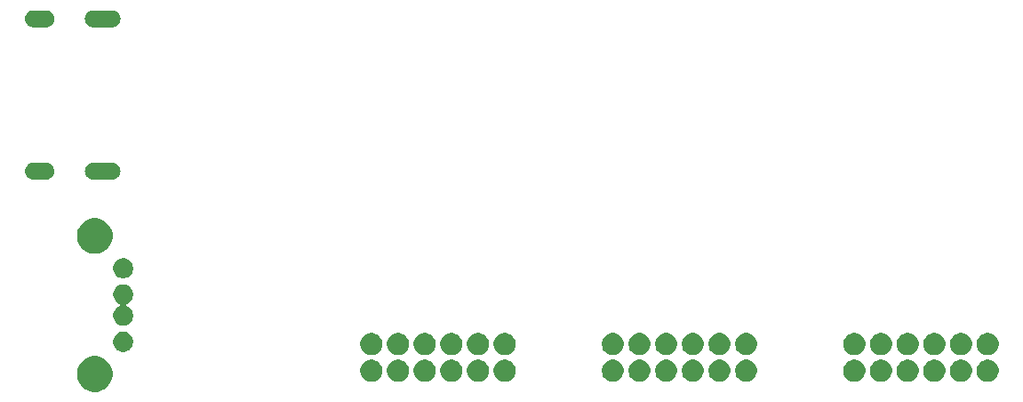
<source format=gbr>
G04 #@! TF.GenerationSoftware,KiCad,Pcbnew,5.1.4+dfsg1-1~bpo10+1*
G04 #@! TF.CreationDate,2020-02-14T17:19:22+01:00*
G04 #@! TF.ProjectId,arty-a7-expansion,61727479-2d61-4372-9d65-7870616e7369,rev?*
G04 #@! TF.SameCoordinates,Original*
G04 #@! TF.FileFunction,Soldermask,Bot*
G04 #@! TF.FilePolarity,Negative*
%FSLAX46Y46*%
G04 Gerber Fmt 4.6, Leading zero omitted, Abs format (unit mm)*
G04 Created by KiCad (PCBNEW 5.1.4+dfsg1-1~bpo10+1) date 2020-02-14 17:19:22*
%MOMM*%
%LPD*%
G04 APERTURE LIST*
%ADD10C,0.100000*%
G04 APERTURE END LIST*
D10*
G36*
X101797403Y-119413077D02*
G01*
X102106965Y-119541302D01*
X102106966Y-119541303D01*
X102385565Y-119727456D01*
X102622494Y-119964385D01*
X102678855Y-120048736D01*
X102808648Y-120242985D01*
X102936873Y-120552547D01*
X103002241Y-120881174D01*
X103002241Y-121216244D01*
X102936873Y-121544871D01*
X102808648Y-121854433D01*
X102808647Y-121854434D01*
X102622494Y-122133033D01*
X102385565Y-122369962D01*
X102199411Y-122494346D01*
X102106965Y-122556116D01*
X101797403Y-122684341D01*
X101468776Y-122749709D01*
X101133706Y-122749709D01*
X100805079Y-122684341D01*
X100495517Y-122556116D01*
X100403071Y-122494346D01*
X100216917Y-122369962D01*
X99979988Y-122133033D01*
X99793835Y-121854434D01*
X99793834Y-121854433D01*
X99665609Y-121544871D01*
X99600241Y-121216244D01*
X99600241Y-120881174D01*
X99665609Y-120552547D01*
X99793834Y-120242985D01*
X99923627Y-120048736D01*
X99979988Y-119964385D01*
X100216917Y-119727456D01*
X100495516Y-119541303D01*
X100495517Y-119541302D01*
X100805079Y-119413077D01*
X101133706Y-119347709D01*
X101468776Y-119347709D01*
X101797403Y-119413077D01*
X101797403Y-119413077D01*
G37*
G36*
X179037805Y-119708098D02*
G01*
X179229074Y-119787324D01*
X179229076Y-119787325D01*
X179401214Y-119902344D01*
X179547606Y-120048736D01*
X179662626Y-120220876D01*
X179741852Y-120412145D01*
X179782241Y-120615193D01*
X179782241Y-120822225D01*
X179741852Y-121025273D01*
X179662750Y-121216243D01*
X179662625Y-121216544D01*
X179547606Y-121388682D01*
X179401214Y-121535074D01*
X179229076Y-121650093D01*
X179229075Y-121650094D01*
X179229074Y-121650094D01*
X179037805Y-121729320D01*
X178834757Y-121769709D01*
X178627725Y-121769709D01*
X178424677Y-121729320D01*
X178233408Y-121650094D01*
X178233407Y-121650094D01*
X178233406Y-121650093D01*
X178061268Y-121535074D01*
X177914876Y-121388682D01*
X177799857Y-121216544D01*
X177799732Y-121216243D01*
X177720630Y-121025273D01*
X177680241Y-120822225D01*
X177680241Y-120615193D01*
X177720630Y-120412145D01*
X177799856Y-120220876D01*
X177914876Y-120048736D01*
X178061268Y-119902344D01*
X178233406Y-119787325D01*
X178233408Y-119787324D01*
X178424677Y-119708098D01*
X178627725Y-119667709D01*
X178834757Y-119667709D01*
X179037805Y-119708098D01*
X179037805Y-119708098D01*
G37*
G36*
X150957805Y-119708098D02*
G01*
X151149074Y-119787324D01*
X151149076Y-119787325D01*
X151321214Y-119902344D01*
X151467606Y-120048736D01*
X151582626Y-120220876D01*
X151661852Y-120412145D01*
X151702241Y-120615193D01*
X151702241Y-120822225D01*
X151661852Y-121025273D01*
X151582750Y-121216243D01*
X151582625Y-121216544D01*
X151467606Y-121388682D01*
X151321214Y-121535074D01*
X151149076Y-121650093D01*
X151149075Y-121650094D01*
X151149074Y-121650094D01*
X150957805Y-121729320D01*
X150754757Y-121769709D01*
X150547725Y-121769709D01*
X150344677Y-121729320D01*
X150153408Y-121650094D01*
X150153407Y-121650094D01*
X150153406Y-121650093D01*
X149981268Y-121535074D01*
X149834876Y-121388682D01*
X149719857Y-121216544D01*
X149719732Y-121216243D01*
X149640630Y-121025273D01*
X149600241Y-120822225D01*
X149600241Y-120615193D01*
X149640630Y-120412145D01*
X149719856Y-120220876D01*
X149834876Y-120048736D01*
X149981268Y-119902344D01*
X150153406Y-119787325D01*
X150153408Y-119787324D01*
X150344677Y-119708098D01*
X150547725Y-119667709D01*
X150754757Y-119667709D01*
X150957805Y-119708098D01*
X150957805Y-119708098D01*
G37*
G36*
X153497805Y-119708098D02*
G01*
X153689074Y-119787324D01*
X153689076Y-119787325D01*
X153861214Y-119902344D01*
X154007606Y-120048736D01*
X154122626Y-120220876D01*
X154201852Y-120412145D01*
X154242241Y-120615193D01*
X154242241Y-120822225D01*
X154201852Y-121025273D01*
X154122750Y-121216243D01*
X154122625Y-121216544D01*
X154007606Y-121388682D01*
X153861214Y-121535074D01*
X153689076Y-121650093D01*
X153689075Y-121650094D01*
X153689074Y-121650094D01*
X153497805Y-121729320D01*
X153294757Y-121769709D01*
X153087725Y-121769709D01*
X152884677Y-121729320D01*
X152693408Y-121650094D01*
X152693407Y-121650094D01*
X152693406Y-121650093D01*
X152521268Y-121535074D01*
X152374876Y-121388682D01*
X152259857Y-121216544D01*
X152259732Y-121216243D01*
X152180630Y-121025273D01*
X152140241Y-120822225D01*
X152140241Y-120615193D01*
X152180630Y-120412145D01*
X152259856Y-120220876D01*
X152374876Y-120048736D01*
X152521268Y-119902344D01*
X152693406Y-119787325D01*
X152693408Y-119787324D01*
X152884677Y-119708098D01*
X153087725Y-119667709D01*
X153294757Y-119667709D01*
X153497805Y-119708098D01*
X153497805Y-119708098D01*
G37*
G36*
X156037805Y-119708098D02*
G01*
X156229074Y-119787324D01*
X156229076Y-119787325D01*
X156401214Y-119902344D01*
X156547606Y-120048736D01*
X156662626Y-120220876D01*
X156741852Y-120412145D01*
X156782241Y-120615193D01*
X156782241Y-120822225D01*
X156741852Y-121025273D01*
X156662750Y-121216243D01*
X156662625Y-121216544D01*
X156547606Y-121388682D01*
X156401214Y-121535074D01*
X156229076Y-121650093D01*
X156229075Y-121650094D01*
X156229074Y-121650094D01*
X156037805Y-121729320D01*
X155834757Y-121769709D01*
X155627725Y-121769709D01*
X155424677Y-121729320D01*
X155233408Y-121650094D01*
X155233407Y-121650094D01*
X155233406Y-121650093D01*
X155061268Y-121535074D01*
X154914876Y-121388682D01*
X154799857Y-121216544D01*
X154799732Y-121216243D01*
X154720630Y-121025273D01*
X154680241Y-120822225D01*
X154680241Y-120615193D01*
X154720630Y-120412145D01*
X154799856Y-120220876D01*
X154914876Y-120048736D01*
X155061268Y-119902344D01*
X155233406Y-119787325D01*
X155233408Y-119787324D01*
X155424677Y-119708098D01*
X155627725Y-119667709D01*
X155834757Y-119667709D01*
X156037805Y-119708098D01*
X156037805Y-119708098D01*
G37*
G36*
X158577805Y-119708098D02*
G01*
X158769074Y-119787324D01*
X158769076Y-119787325D01*
X158941214Y-119902344D01*
X159087606Y-120048736D01*
X159202626Y-120220876D01*
X159281852Y-120412145D01*
X159322241Y-120615193D01*
X159322241Y-120822225D01*
X159281852Y-121025273D01*
X159202750Y-121216243D01*
X159202625Y-121216544D01*
X159087606Y-121388682D01*
X158941214Y-121535074D01*
X158769076Y-121650093D01*
X158769075Y-121650094D01*
X158769074Y-121650094D01*
X158577805Y-121729320D01*
X158374757Y-121769709D01*
X158167725Y-121769709D01*
X157964677Y-121729320D01*
X157773408Y-121650094D01*
X157773407Y-121650094D01*
X157773406Y-121650093D01*
X157601268Y-121535074D01*
X157454876Y-121388682D01*
X157339857Y-121216544D01*
X157339732Y-121216243D01*
X157260630Y-121025273D01*
X157220241Y-120822225D01*
X157220241Y-120615193D01*
X157260630Y-120412145D01*
X157339856Y-120220876D01*
X157454876Y-120048736D01*
X157601268Y-119902344D01*
X157773406Y-119787325D01*
X157773408Y-119787324D01*
X157964677Y-119708098D01*
X158167725Y-119667709D01*
X158374757Y-119667709D01*
X158577805Y-119708098D01*
X158577805Y-119708098D01*
G37*
G36*
X161117805Y-119708098D02*
G01*
X161309074Y-119787324D01*
X161309076Y-119787325D01*
X161481214Y-119902344D01*
X161627606Y-120048736D01*
X161742626Y-120220876D01*
X161821852Y-120412145D01*
X161862241Y-120615193D01*
X161862241Y-120822225D01*
X161821852Y-121025273D01*
X161742750Y-121216243D01*
X161742625Y-121216544D01*
X161627606Y-121388682D01*
X161481214Y-121535074D01*
X161309076Y-121650093D01*
X161309075Y-121650094D01*
X161309074Y-121650094D01*
X161117805Y-121729320D01*
X160914757Y-121769709D01*
X160707725Y-121769709D01*
X160504677Y-121729320D01*
X160313408Y-121650094D01*
X160313407Y-121650094D01*
X160313406Y-121650093D01*
X160141268Y-121535074D01*
X159994876Y-121388682D01*
X159879857Y-121216544D01*
X159879732Y-121216243D01*
X159800630Y-121025273D01*
X159760241Y-120822225D01*
X159760241Y-120615193D01*
X159800630Y-120412145D01*
X159879856Y-120220876D01*
X159994876Y-120048736D01*
X160141268Y-119902344D01*
X160313406Y-119787325D01*
X160313408Y-119787324D01*
X160504677Y-119708098D01*
X160707725Y-119667709D01*
X160914757Y-119667709D01*
X161117805Y-119708098D01*
X161117805Y-119708098D01*
G37*
G36*
X163657805Y-119708098D02*
G01*
X163849074Y-119787324D01*
X163849076Y-119787325D01*
X164021214Y-119902344D01*
X164167606Y-120048736D01*
X164282626Y-120220876D01*
X164361852Y-120412145D01*
X164402241Y-120615193D01*
X164402241Y-120822225D01*
X164361852Y-121025273D01*
X164282750Y-121216243D01*
X164282625Y-121216544D01*
X164167606Y-121388682D01*
X164021214Y-121535074D01*
X163849076Y-121650093D01*
X163849075Y-121650094D01*
X163849074Y-121650094D01*
X163657805Y-121729320D01*
X163454757Y-121769709D01*
X163247725Y-121769709D01*
X163044677Y-121729320D01*
X162853408Y-121650094D01*
X162853407Y-121650094D01*
X162853406Y-121650093D01*
X162681268Y-121535074D01*
X162534876Y-121388682D01*
X162419857Y-121216544D01*
X162419732Y-121216243D01*
X162340630Y-121025273D01*
X162300241Y-120822225D01*
X162300241Y-120615193D01*
X162340630Y-120412145D01*
X162419856Y-120220876D01*
X162534876Y-120048736D01*
X162681268Y-119902344D01*
X162853406Y-119787325D01*
X162853408Y-119787324D01*
X163044677Y-119708098D01*
X163247725Y-119667709D01*
X163454757Y-119667709D01*
X163657805Y-119708098D01*
X163657805Y-119708098D01*
G37*
G36*
X173957805Y-119708098D02*
G01*
X174149074Y-119787324D01*
X174149076Y-119787325D01*
X174321214Y-119902344D01*
X174467606Y-120048736D01*
X174582626Y-120220876D01*
X174661852Y-120412145D01*
X174702241Y-120615193D01*
X174702241Y-120822225D01*
X174661852Y-121025273D01*
X174582750Y-121216243D01*
X174582625Y-121216544D01*
X174467606Y-121388682D01*
X174321214Y-121535074D01*
X174149076Y-121650093D01*
X174149075Y-121650094D01*
X174149074Y-121650094D01*
X173957805Y-121729320D01*
X173754757Y-121769709D01*
X173547725Y-121769709D01*
X173344677Y-121729320D01*
X173153408Y-121650094D01*
X173153407Y-121650094D01*
X173153406Y-121650093D01*
X172981268Y-121535074D01*
X172834876Y-121388682D01*
X172719857Y-121216544D01*
X172719732Y-121216243D01*
X172640630Y-121025273D01*
X172600241Y-120822225D01*
X172600241Y-120615193D01*
X172640630Y-120412145D01*
X172719856Y-120220876D01*
X172834876Y-120048736D01*
X172981268Y-119902344D01*
X173153406Y-119787325D01*
X173153408Y-119787324D01*
X173344677Y-119708098D01*
X173547725Y-119667709D01*
X173754757Y-119667709D01*
X173957805Y-119708098D01*
X173957805Y-119708098D01*
G37*
G36*
X176497805Y-119708098D02*
G01*
X176689074Y-119787324D01*
X176689076Y-119787325D01*
X176861214Y-119902344D01*
X177007606Y-120048736D01*
X177122626Y-120220876D01*
X177201852Y-120412145D01*
X177242241Y-120615193D01*
X177242241Y-120822225D01*
X177201852Y-121025273D01*
X177122750Y-121216243D01*
X177122625Y-121216544D01*
X177007606Y-121388682D01*
X176861214Y-121535074D01*
X176689076Y-121650093D01*
X176689075Y-121650094D01*
X176689074Y-121650094D01*
X176497805Y-121729320D01*
X176294757Y-121769709D01*
X176087725Y-121769709D01*
X175884677Y-121729320D01*
X175693408Y-121650094D01*
X175693407Y-121650094D01*
X175693406Y-121650093D01*
X175521268Y-121535074D01*
X175374876Y-121388682D01*
X175259857Y-121216544D01*
X175259732Y-121216243D01*
X175180630Y-121025273D01*
X175140241Y-120822225D01*
X175140241Y-120615193D01*
X175180630Y-120412145D01*
X175259856Y-120220876D01*
X175374876Y-120048736D01*
X175521268Y-119902344D01*
X175693406Y-119787325D01*
X175693408Y-119787324D01*
X175884677Y-119708098D01*
X176087725Y-119667709D01*
X176294757Y-119667709D01*
X176497805Y-119708098D01*
X176497805Y-119708098D01*
G37*
G36*
X181577805Y-119708098D02*
G01*
X181769074Y-119787324D01*
X181769076Y-119787325D01*
X181941214Y-119902344D01*
X182087606Y-120048736D01*
X182202626Y-120220876D01*
X182281852Y-120412145D01*
X182322241Y-120615193D01*
X182322241Y-120822225D01*
X182281852Y-121025273D01*
X182202750Y-121216243D01*
X182202625Y-121216544D01*
X182087606Y-121388682D01*
X181941214Y-121535074D01*
X181769076Y-121650093D01*
X181769075Y-121650094D01*
X181769074Y-121650094D01*
X181577805Y-121729320D01*
X181374757Y-121769709D01*
X181167725Y-121769709D01*
X180964677Y-121729320D01*
X180773408Y-121650094D01*
X180773407Y-121650094D01*
X180773406Y-121650093D01*
X180601268Y-121535074D01*
X180454876Y-121388682D01*
X180339857Y-121216544D01*
X180339732Y-121216243D01*
X180260630Y-121025273D01*
X180220241Y-120822225D01*
X180220241Y-120615193D01*
X180260630Y-120412145D01*
X180339856Y-120220876D01*
X180454876Y-120048736D01*
X180601268Y-119902344D01*
X180773406Y-119787325D01*
X180773408Y-119787324D01*
X180964677Y-119708098D01*
X181167725Y-119667709D01*
X181374757Y-119667709D01*
X181577805Y-119708098D01*
X181577805Y-119708098D01*
G37*
G36*
X184117805Y-119708098D02*
G01*
X184309074Y-119787324D01*
X184309076Y-119787325D01*
X184481214Y-119902344D01*
X184627606Y-120048736D01*
X184742626Y-120220876D01*
X184821852Y-120412145D01*
X184862241Y-120615193D01*
X184862241Y-120822225D01*
X184821852Y-121025273D01*
X184742750Y-121216243D01*
X184742625Y-121216544D01*
X184627606Y-121388682D01*
X184481214Y-121535074D01*
X184309076Y-121650093D01*
X184309075Y-121650094D01*
X184309074Y-121650094D01*
X184117805Y-121729320D01*
X183914757Y-121769709D01*
X183707725Y-121769709D01*
X183504677Y-121729320D01*
X183313408Y-121650094D01*
X183313407Y-121650094D01*
X183313406Y-121650093D01*
X183141268Y-121535074D01*
X182994876Y-121388682D01*
X182879857Y-121216544D01*
X182879732Y-121216243D01*
X182800630Y-121025273D01*
X182760241Y-120822225D01*
X182760241Y-120615193D01*
X182800630Y-120412145D01*
X182879856Y-120220876D01*
X182994876Y-120048736D01*
X183141268Y-119902344D01*
X183313406Y-119787325D01*
X183313408Y-119787324D01*
X183504677Y-119708098D01*
X183707725Y-119667709D01*
X183914757Y-119667709D01*
X184117805Y-119708098D01*
X184117805Y-119708098D01*
G37*
G36*
X186657805Y-119708098D02*
G01*
X186849074Y-119787324D01*
X186849076Y-119787325D01*
X187021214Y-119902344D01*
X187167606Y-120048736D01*
X187282626Y-120220876D01*
X187361852Y-120412145D01*
X187402241Y-120615193D01*
X187402241Y-120822225D01*
X187361852Y-121025273D01*
X187282750Y-121216243D01*
X187282625Y-121216544D01*
X187167606Y-121388682D01*
X187021214Y-121535074D01*
X186849076Y-121650093D01*
X186849075Y-121650094D01*
X186849074Y-121650094D01*
X186657805Y-121729320D01*
X186454757Y-121769709D01*
X186247725Y-121769709D01*
X186044677Y-121729320D01*
X185853408Y-121650094D01*
X185853407Y-121650094D01*
X185853406Y-121650093D01*
X185681268Y-121535074D01*
X185534876Y-121388682D01*
X185419857Y-121216544D01*
X185419732Y-121216243D01*
X185340630Y-121025273D01*
X185300241Y-120822225D01*
X185300241Y-120615193D01*
X185340630Y-120412145D01*
X185419856Y-120220876D01*
X185534876Y-120048736D01*
X185681268Y-119902344D01*
X185853406Y-119787325D01*
X185853408Y-119787324D01*
X186044677Y-119708098D01*
X186247725Y-119667709D01*
X186454757Y-119667709D01*
X186657805Y-119708098D01*
X186657805Y-119708098D01*
G37*
G36*
X127957805Y-119708098D02*
G01*
X128149074Y-119787324D01*
X128149076Y-119787325D01*
X128321214Y-119902344D01*
X128467606Y-120048736D01*
X128582626Y-120220876D01*
X128661852Y-120412145D01*
X128702241Y-120615193D01*
X128702241Y-120822225D01*
X128661852Y-121025273D01*
X128582750Y-121216243D01*
X128582625Y-121216544D01*
X128467606Y-121388682D01*
X128321214Y-121535074D01*
X128149076Y-121650093D01*
X128149075Y-121650094D01*
X128149074Y-121650094D01*
X127957805Y-121729320D01*
X127754757Y-121769709D01*
X127547725Y-121769709D01*
X127344677Y-121729320D01*
X127153408Y-121650094D01*
X127153407Y-121650094D01*
X127153406Y-121650093D01*
X126981268Y-121535074D01*
X126834876Y-121388682D01*
X126719857Y-121216544D01*
X126719732Y-121216243D01*
X126640630Y-121025273D01*
X126600241Y-120822225D01*
X126600241Y-120615193D01*
X126640630Y-120412145D01*
X126719856Y-120220876D01*
X126834876Y-120048736D01*
X126981268Y-119902344D01*
X127153406Y-119787325D01*
X127153408Y-119787324D01*
X127344677Y-119708098D01*
X127547725Y-119667709D01*
X127754757Y-119667709D01*
X127957805Y-119708098D01*
X127957805Y-119708098D01*
G37*
G36*
X130497805Y-119708098D02*
G01*
X130689074Y-119787324D01*
X130689076Y-119787325D01*
X130861214Y-119902344D01*
X131007606Y-120048736D01*
X131122626Y-120220876D01*
X131201852Y-120412145D01*
X131242241Y-120615193D01*
X131242241Y-120822225D01*
X131201852Y-121025273D01*
X131122750Y-121216243D01*
X131122625Y-121216544D01*
X131007606Y-121388682D01*
X130861214Y-121535074D01*
X130689076Y-121650093D01*
X130689075Y-121650094D01*
X130689074Y-121650094D01*
X130497805Y-121729320D01*
X130294757Y-121769709D01*
X130087725Y-121769709D01*
X129884677Y-121729320D01*
X129693408Y-121650094D01*
X129693407Y-121650094D01*
X129693406Y-121650093D01*
X129521268Y-121535074D01*
X129374876Y-121388682D01*
X129259857Y-121216544D01*
X129259732Y-121216243D01*
X129180630Y-121025273D01*
X129140241Y-120822225D01*
X129140241Y-120615193D01*
X129180630Y-120412145D01*
X129259856Y-120220876D01*
X129374876Y-120048736D01*
X129521268Y-119902344D01*
X129693406Y-119787325D01*
X129693408Y-119787324D01*
X129884677Y-119708098D01*
X130087725Y-119667709D01*
X130294757Y-119667709D01*
X130497805Y-119708098D01*
X130497805Y-119708098D01*
G37*
G36*
X135577805Y-119708098D02*
G01*
X135769074Y-119787324D01*
X135769076Y-119787325D01*
X135941214Y-119902344D01*
X136087606Y-120048736D01*
X136202626Y-120220876D01*
X136281852Y-120412145D01*
X136322241Y-120615193D01*
X136322241Y-120822225D01*
X136281852Y-121025273D01*
X136202750Y-121216243D01*
X136202625Y-121216544D01*
X136087606Y-121388682D01*
X135941214Y-121535074D01*
X135769076Y-121650093D01*
X135769075Y-121650094D01*
X135769074Y-121650094D01*
X135577805Y-121729320D01*
X135374757Y-121769709D01*
X135167725Y-121769709D01*
X134964677Y-121729320D01*
X134773408Y-121650094D01*
X134773407Y-121650094D01*
X134773406Y-121650093D01*
X134601268Y-121535074D01*
X134454876Y-121388682D01*
X134339857Y-121216544D01*
X134339732Y-121216243D01*
X134260630Y-121025273D01*
X134220241Y-120822225D01*
X134220241Y-120615193D01*
X134260630Y-120412145D01*
X134339856Y-120220876D01*
X134454876Y-120048736D01*
X134601268Y-119902344D01*
X134773406Y-119787325D01*
X134773408Y-119787324D01*
X134964677Y-119708098D01*
X135167725Y-119667709D01*
X135374757Y-119667709D01*
X135577805Y-119708098D01*
X135577805Y-119708098D01*
G37*
G36*
X138117805Y-119708098D02*
G01*
X138309074Y-119787324D01*
X138309076Y-119787325D01*
X138481214Y-119902344D01*
X138627606Y-120048736D01*
X138742626Y-120220876D01*
X138821852Y-120412145D01*
X138862241Y-120615193D01*
X138862241Y-120822225D01*
X138821852Y-121025273D01*
X138742750Y-121216243D01*
X138742625Y-121216544D01*
X138627606Y-121388682D01*
X138481214Y-121535074D01*
X138309076Y-121650093D01*
X138309075Y-121650094D01*
X138309074Y-121650094D01*
X138117805Y-121729320D01*
X137914757Y-121769709D01*
X137707725Y-121769709D01*
X137504677Y-121729320D01*
X137313408Y-121650094D01*
X137313407Y-121650094D01*
X137313406Y-121650093D01*
X137141268Y-121535074D01*
X136994876Y-121388682D01*
X136879857Y-121216544D01*
X136879732Y-121216243D01*
X136800630Y-121025273D01*
X136760241Y-120822225D01*
X136760241Y-120615193D01*
X136800630Y-120412145D01*
X136879856Y-120220876D01*
X136994876Y-120048736D01*
X137141268Y-119902344D01*
X137313406Y-119787325D01*
X137313408Y-119787324D01*
X137504677Y-119708098D01*
X137707725Y-119667709D01*
X137914757Y-119667709D01*
X138117805Y-119708098D01*
X138117805Y-119708098D01*
G37*
G36*
X140657805Y-119708098D02*
G01*
X140849074Y-119787324D01*
X140849076Y-119787325D01*
X141021214Y-119902344D01*
X141167606Y-120048736D01*
X141282626Y-120220876D01*
X141361852Y-120412145D01*
X141402241Y-120615193D01*
X141402241Y-120822225D01*
X141361852Y-121025273D01*
X141282750Y-121216243D01*
X141282625Y-121216544D01*
X141167606Y-121388682D01*
X141021214Y-121535074D01*
X140849076Y-121650093D01*
X140849075Y-121650094D01*
X140849074Y-121650094D01*
X140657805Y-121729320D01*
X140454757Y-121769709D01*
X140247725Y-121769709D01*
X140044677Y-121729320D01*
X139853408Y-121650094D01*
X139853407Y-121650094D01*
X139853406Y-121650093D01*
X139681268Y-121535074D01*
X139534876Y-121388682D01*
X139419857Y-121216544D01*
X139419732Y-121216243D01*
X139340630Y-121025273D01*
X139300241Y-120822225D01*
X139300241Y-120615193D01*
X139340630Y-120412145D01*
X139419856Y-120220876D01*
X139534876Y-120048736D01*
X139681268Y-119902344D01*
X139853406Y-119787325D01*
X139853408Y-119787324D01*
X140044677Y-119708098D01*
X140247725Y-119667709D01*
X140454757Y-119667709D01*
X140657805Y-119708098D01*
X140657805Y-119708098D01*
G37*
G36*
X133037805Y-119708098D02*
G01*
X133229074Y-119787324D01*
X133229076Y-119787325D01*
X133401214Y-119902344D01*
X133547606Y-120048736D01*
X133662626Y-120220876D01*
X133741852Y-120412145D01*
X133782241Y-120615193D01*
X133782241Y-120822225D01*
X133741852Y-121025273D01*
X133662750Y-121216243D01*
X133662625Y-121216544D01*
X133547606Y-121388682D01*
X133401214Y-121535074D01*
X133229076Y-121650093D01*
X133229075Y-121650094D01*
X133229074Y-121650094D01*
X133037805Y-121729320D01*
X132834757Y-121769709D01*
X132627725Y-121769709D01*
X132424677Y-121729320D01*
X132233408Y-121650094D01*
X132233407Y-121650094D01*
X132233406Y-121650093D01*
X132061268Y-121535074D01*
X131914876Y-121388682D01*
X131799857Y-121216544D01*
X131799732Y-121216243D01*
X131720630Y-121025273D01*
X131680241Y-120822225D01*
X131680241Y-120615193D01*
X131720630Y-120412145D01*
X131799856Y-120220876D01*
X131914876Y-120048736D01*
X132061268Y-119902344D01*
X132233406Y-119787325D01*
X132233408Y-119787324D01*
X132424677Y-119708098D01*
X132627725Y-119667709D01*
X132834757Y-119667709D01*
X133037805Y-119708098D01*
X133037805Y-119708098D01*
G37*
G36*
X150957805Y-117168098D02*
G01*
X151131438Y-117240019D01*
X151149076Y-117247325D01*
X151321214Y-117362344D01*
X151467606Y-117508736D01*
X151582626Y-117680876D01*
X151661852Y-117872145D01*
X151702241Y-118075193D01*
X151702241Y-118282225D01*
X151661852Y-118485273D01*
X151620571Y-118584934D01*
X151582625Y-118676544D01*
X151467606Y-118848682D01*
X151321214Y-118995074D01*
X151149076Y-119110093D01*
X151149075Y-119110094D01*
X151149074Y-119110094D01*
X150957805Y-119189320D01*
X150754757Y-119229709D01*
X150547725Y-119229709D01*
X150344677Y-119189320D01*
X150153408Y-119110094D01*
X150153407Y-119110094D01*
X150153406Y-119110093D01*
X149981268Y-118995074D01*
X149834876Y-118848682D01*
X149719857Y-118676544D01*
X149681911Y-118584934D01*
X149640630Y-118485273D01*
X149600241Y-118282225D01*
X149600241Y-118075193D01*
X149640630Y-117872145D01*
X149719856Y-117680876D01*
X149834876Y-117508736D01*
X149981268Y-117362344D01*
X150153406Y-117247325D01*
X150171044Y-117240019D01*
X150344677Y-117168098D01*
X150547725Y-117127709D01*
X150754757Y-117127709D01*
X150957805Y-117168098D01*
X150957805Y-117168098D01*
G37*
G36*
X127957805Y-117168098D02*
G01*
X128131438Y-117240019D01*
X128149076Y-117247325D01*
X128321214Y-117362344D01*
X128467606Y-117508736D01*
X128582626Y-117680876D01*
X128661852Y-117872145D01*
X128702241Y-118075193D01*
X128702241Y-118282225D01*
X128661852Y-118485273D01*
X128620571Y-118584934D01*
X128582625Y-118676544D01*
X128467606Y-118848682D01*
X128321214Y-118995074D01*
X128149076Y-119110093D01*
X128149075Y-119110094D01*
X128149074Y-119110094D01*
X127957805Y-119189320D01*
X127754757Y-119229709D01*
X127547725Y-119229709D01*
X127344677Y-119189320D01*
X127153408Y-119110094D01*
X127153407Y-119110094D01*
X127153406Y-119110093D01*
X126981268Y-118995074D01*
X126834876Y-118848682D01*
X126719857Y-118676544D01*
X126681911Y-118584934D01*
X126640630Y-118485273D01*
X126600241Y-118282225D01*
X126600241Y-118075193D01*
X126640630Y-117872145D01*
X126719856Y-117680876D01*
X126834876Y-117508736D01*
X126981268Y-117362344D01*
X127153406Y-117247325D01*
X127171044Y-117240019D01*
X127344677Y-117168098D01*
X127547725Y-117127709D01*
X127754757Y-117127709D01*
X127957805Y-117168098D01*
X127957805Y-117168098D01*
G37*
G36*
X173957805Y-117168098D02*
G01*
X174131438Y-117240019D01*
X174149076Y-117247325D01*
X174321214Y-117362344D01*
X174467606Y-117508736D01*
X174582626Y-117680876D01*
X174661852Y-117872145D01*
X174702241Y-118075193D01*
X174702241Y-118282225D01*
X174661852Y-118485273D01*
X174620571Y-118584934D01*
X174582625Y-118676544D01*
X174467606Y-118848682D01*
X174321214Y-118995074D01*
X174149076Y-119110093D01*
X174149075Y-119110094D01*
X174149074Y-119110094D01*
X173957805Y-119189320D01*
X173754757Y-119229709D01*
X173547725Y-119229709D01*
X173344677Y-119189320D01*
X173153408Y-119110094D01*
X173153407Y-119110094D01*
X173153406Y-119110093D01*
X172981268Y-118995074D01*
X172834876Y-118848682D01*
X172719857Y-118676544D01*
X172681911Y-118584934D01*
X172640630Y-118485273D01*
X172600241Y-118282225D01*
X172600241Y-118075193D01*
X172640630Y-117872145D01*
X172719856Y-117680876D01*
X172834876Y-117508736D01*
X172981268Y-117362344D01*
X173153406Y-117247325D01*
X173171044Y-117240019D01*
X173344677Y-117168098D01*
X173547725Y-117127709D01*
X173754757Y-117127709D01*
X173957805Y-117168098D01*
X173957805Y-117168098D01*
G37*
G36*
X130497805Y-117168098D02*
G01*
X130671438Y-117240019D01*
X130689076Y-117247325D01*
X130861214Y-117362344D01*
X131007606Y-117508736D01*
X131122626Y-117680876D01*
X131201852Y-117872145D01*
X131242241Y-118075193D01*
X131242241Y-118282225D01*
X131201852Y-118485273D01*
X131160571Y-118584934D01*
X131122625Y-118676544D01*
X131007606Y-118848682D01*
X130861214Y-118995074D01*
X130689076Y-119110093D01*
X130689075Y-119110094D01*
X130689074Y-119110094D01*
X130497805Y-119189320D01*
X130294757Y-119229709D01*
X130087725Y-119229709D01*
X129884677Y-119189320D01*
X129693408Y-119110094D01*
X129693407Y-119110094D01*
X129693406Y-119110093D01*
X129521268Y-118995074D01*
X129374876Y-118848682D01*
X129259857Y-118676544D01*
X129221911Y-118584934D01*
X129180630Y-118485273D01*
X129140241Y-118282225D01*
X129140241Y-118075193D01*
X129180630Y-117872145D01*
X129259856Y-117680876D01*
X129374876Y-117508736D01*
X129521268Y-117362344D01*
X129693406Y-117247325D01*
X129711044Y-117240019D01*
X129884677Y-117168098D01*
X130087725Y-117127709D01*
X130294757Y-117127709D01*
X130497805Y-117168098D01*
X130497805Y-117168098D01*
G37*
G36*
X176497805Y-117168098D02*
G01*
X176671438Y-117240019D01*
X176689076Y-117247325D01*
X176861214Y-117362344D01*
X177007606Y-117508736D01*
X177122626Y-117680876D01*
X177201852Y-117872145D01*
X177242241Y-118075193D01*
X177242241Y-118282225D01*
X177201852Y-118485273D01*
X177160571Y-118584934D01*
X177122625Y-118676544D01*
X177007606Y-118848682D01*
X176861214Y-118995074D01*
X176689076Y-119110093D01*
X176689075Y-119110094D01*
X176689074Y-119110094D01*
X176497805Y-119189320D01*
X176294757Y-119229709D01*
X176087725Y-119229709D01*
X175884677Y-119189320D01*
X175693408Y-119110094D01*
X175693407Y-119110094D01*
X175693406Y-119110093D01*
X175521268Y-118995074D01*
X175374876Y-118848682D01*
X175259857Y-118676544D01*
X175221911Y-118584934D01*
X175180630Y-118485273D01*
X175140241Y-118282225D01*
X175140241Y-118075193D01*
X175180630Y-117872145D01*
X175259856Y-117680876D01*
X175374876Y-117508736D01*
X175521268Y-117362344D01*
X175693406Y-117247325D01*
X175711044Y-117240019D01*
X175884677Y-117168098D01*
X176087725Y-117127709D01*
X176294757Y-117127709D01*
X176497805Y-117168098D01*
X176497805Y-117168098D01*
G37*
G36*
X138117805Y-117168098D02*
G01*
X138291438Y-117240019D01*
X138309076Y-117247325D01*
X138481214Y-117362344D01*
X138627606Y-117508736D01*
X138742626Y-117680876D01*
X138821852Y-117872145D01*
X138862241Y-118075193D01*
X138862241Y-118282225D01*
X138821852Y-118485273D01*
X138780571Y-118584934D01*
X138742625Y-118676544D01*
X138627606Y-118848682D01*
X138481214Y-118995074D01*
X138309076Y-119110093D01*
X138309075Y-119110094D01*
X138309074Y-119110094D01*
X138117805Y-119189320D01*
X137914757Y-119229709D01*
X137707725Y-119229709D01*
X137504677Y-119189320D01*
X137313408Y-119110094D01*
X137313407Y-119110094D01*
X137313406Y-119110093D01*
X137141268Y-118995074D01*
X136994876Y-118848682D01*
X136879857Y-118676544D01*
X136841911Y-118584934D01*
X136800630Y-118485273D01*
X136760241Y-118282225D01*
X136760241Y-118075193D01*
X136800630Y-117872145D01*
X136879856Y-117680876D01*
X136994876Y-117508736D01*
X137141268Y-117362344D01*
X137313406Y-117247325D01*
X137331044Y-117240019D01*
X137504677Y-117168098D01*
X137707725Y-117127709D01*
X137914757Y-117127709D01*
X138117805Y-117168098D01*
X138117805Y-117168098D01*
G37*
G36*
X186657805Y-117168098D02*
G01*
X186831438Y-117240019D01*
X186849076Y-117247325D01*
X187021214Y-117362344D01*
X187167606Y-117508736D01*
X187282626Y-117680876D01*
X187361852Y-117872145D01*
X187402241Y-118075193D01*
X187402241Y-118282225D01*
X187361852Y-118485273D01*
X187320571Y-118584934D01*
X187282625Y-118676544D01*
X187167606Y-118848682D01*
X187021214Y-118995074D01*
X186849076Y-119110093D01*
X186849075Y-119110094D01*
X186849074Y-119110094D01*
X186657805Y-119189320D01*
X186454757Y-119229709D01*
X186247725Y-119229709D01*
X186044677Y-119189320D01*
X185853408Y-119110094D01*
X185853407Y-119110094D01*
X185853406Y-119110093D01*
X185681268Y-118995074D01*
X185534876Y-118848682D01*
X185419857Y-118676544D01*
X185381911Y-118584934D01*
X185340630Y-118485273D01*
X185300241Y-118282225D01*
X185300241Y-118075193D01*
X185340630Y-117872145D01*
X185419856Y-117680876D01*
X185534876Y-117508736D01*
X185681268Y-117362344D01*
X185853406Y-117247325D01*
X185871044Y-117240019D01*
X186044677Y-117168098D01*
X186247725Y-117127709D01*
X186454757Y-117127709D01*
X186657805Y-117168098D01*
X186657805Y-117168098D01*
G37*
G36*
X184117805Y-117168098D02*
G01*
X184291438Y-117240019D01*
X184309076Y-117247325D01*
X184481214Y-117362344D01*
X184627606Y-117508736D01*
X184742626Y-117680876D01*
X184821852Y-117872145D01*
X184862241Y-118075193D01*
X184862241Y-118282225D01*
X184821852Y-118485273D01*
X184780571Y-118584934D01*
X184742625Y-118676544D01*
X184627606Y-118848682D01*
X184481214Y-118995074D01*
X184309076Y-119110093D01*
X184309075Y-119110094D01*
X184309074Y-119110094D01*
X184117805Y-119189320D01*
X183914757Y-119229709D01*
X183707725Y-119229709D01*
X183504677Y-119189320D01*
X183313408Y-119110094D01*
X183313407Y-119110094D01*
X183313406Y-119110093D01*
X183141268Y-118995074D01*
X182994876Y-118848682D01*
X182879857Y-118676544D01*
X182841911Y-118584934D01*
X182800630Y-118485273D01*
X182760241Y-118282225D01*
X182760241Y-118075193D01*
X182800630Y-117872145D01*
X182879856Y-117680876D01*
X182994876Y-117508736D01*
X183141268Y-117362344D01*
X183313406Y-117247325D01*
X183331044Y-117240019D01*
X183504677Y-117168098D01*
X183707725Y-117127709D01*
X183914757Y-117127709D01*
X184117805Y-117168098D01*
X184117805Y-117168098D01*
G37*
G36*
X181577805Y-117168098D02*
G01*
X181751438Y-117240019D01*
X181769076Y-117247325D01*
X181941214Y-117362344D01*
X182087606Y-117508736D01*
X182202626Y-117680876D01*
X182281852Y-117872145D01*
X182322241Y-118075193D01*
X182322241Y-118282225D01*
X182281852Y-118485273D01*
X182240571Y-118584934D01*
X182202625Y-118676544D01*
X182087606Y-118848682D01*
X181941214Y-118995074D01*
X181769076Y-119110093D01*
X181769075Y-119110094D01*
X181769074Y-119110094D01*
X181577805Y-119189320D01*
X181374757Y-119229709D01*
X181167725Y-119229709D01*
X180964677Y-119189320D01*
X180773408Y-119110094D01*
X180773407Y-119110094D01*
X180773406Y-119110093D01*
X180601268Y-118995074D01*
X180454876Y-118848682D01*
X180339857Y-118676544D01*
X180301911Y-118584934D01*
X180260630Y-118485273D01*
X180220241Y-118282225D01*
X180220241Y-118075193D01*
X180260630Y-117872145D01*
X180339856Y-117680876D01*
X180454876Y-117508736D01*
X180601268Y-117362344D01*
X180773406Y-117247325D01*
X180791044Y-117240019D01*
X180964677Y-117168098D01*
X181167725Y-117127709D01*
X181374757Y-117127709D01*
X181577805Y-117168098D01*
X181577805Y-117168098D01*
G37*
G36*
X156037805Y-117168098D02*
G01*
X156211438Y-117240019D01*
X156229076Y-117247325D01*
X156401214Y-117362344D01*
X156547606Y-117508736D01*
X156662626Y-117680876D01*
X156741852Y-117872145D01*
X156782241Y-118075193D01*
X156782241Y-118282225D01*
X156741852Y-118485273D01*
X156700571Y-118584934D01*
X156662625Y-118676544D01*
X156547606Y-118848682D01*
X156401214Y-118995074D01*
X156229076Y-119110093D01*
X156229075Y-119110094D01*
X156229074Y-119110094D01*
X156037805Y-119189320D01*
X155834757Y-119229709D01*
X155627725Y-119229709D01*
X155424677Y-119189320D01*
X155233408Y-119110094D01*
X155233407Y-119110094D01*
X155233406Y-119110093D01*
X155061268Y-118995074D01*
X154914876Y-118848682D01*
X154799857Y-118676544D01*
X154761911Y-118584934D01*
X154720630Y-118485273D01*
X154680241Y-118282225D01*
X154680241Y-118075193D01*
X154720630Y-117872145D01*
X154799856Y-117680876D01*
X154914876Y-117508736D01*
X155061268Y-117362344D01*
X155233406Y-117247325D01*
X155251044Y-117240019D01*
X155424677Y-117168098D01*
X155627725Y-117127709D01*
X155834757Y-117127709D01*
X156037805Y-117168098D01*
X156037805Y-117168098D01*
G37*
G36*
X153497805Y-117168098D02*
G01*
X153671438Y-117240019D01*
X153689076Y-117247325D01*
X153861214Y-117362344D01*
X154007606Y-117508736D01*
X154122626Y-117680876D01*
X154201852Y-117872145D01*
X154242241Y-118075193D01*
X154242241Y-118282225D01*
X154201852Y-118485273D01*
X154160571Y-118584934D01*
X154122625Y-118676544D01*
X154007606Y-118848682D01*
X153861214Y-118995074D01*
X153689076Y-119110093D01*
X153689075Y-119110094D01*
X153689074Y-119110094D01*
X153497805Y-119189320D01*
X153294757Y-119229709D01*
X153087725Y-119229709D01*
X152884677Y-119189320D01*
X152693408Y-119110094D01*
X152693407Y-119110094D01*
X152693406Y-119110093D01*
X152521268Y-118995074D01*
X152374876Y-118848682D01*
X152259857Y-118676544D01*
X152221911Y-118584934D01*
X152180630Y-118485273D01*
X152140241Y-118282225D01*
X152140241Y-118075193D01*
X152180630Y-117872145D01*
X152259856Y-117680876D01*
X152374876Y-117508736D01*
X152521268Y-117362344D01*
X152693406Y-117247325D01*
X152711044Y-117240019D01*
X152884677Y-117168098D01*
X153087725Y-117127709D01*
X153294757Y-117127709D01*
X153497805Y-117168098D01*
X153497805Y-117168098D01*
G37*
G36*
X133037805Y-117168098D02*
G01*
X133211438Y-117240019D01*
X133229076Y-117247325D01*
X133401214Y-117362344D01*
X133547606Y-117508736D01*
X133662626Y-117680876D01*
X133741852Y-117872145D01*
X133782241Y-118075193D01*
X133782241Y-118282225D01*
X133741852Y-118485273D01*
X133700571Y-118584934D01*
X133662625Y-118676544D01*
X133547606Y-118848682D01*
X133401214Y-118995074D01*
X133229076Y-119110093D01*
X133229075Y-119110094D01*
X133229074Y-119110094D01*
X133037805Y-119189320D01*
X132834757Y-119229709D01*
X132627725Y-119229709D01*
X132424677Y-119189320D01*
X132233408Y-119110094D01*
X132233407Y-119110094D01*
X132233406Y-119110093D01*
X132061268Y-118995074D01*
X131914876Y-118848682D01*
X131799857Y-118676544D01*
X131761911Y-118584934D01*
X131720630Y-118485273D01*
X131680241Y-118282225D01*
X131680241Y-118075193D01*
X131720630Y-117872145D01*
X131799856Y-117680876D01*
X131914876Y-117508736D01*
X132061268Y-117362344D01*
X132233406Y-117247325D01*
X132251044Y-117240019D01*
X132424677Y-117168098D01*
X132627725Y-117127709D01*
X132834757Y-117127709D01*
X133037805Y-117168098D01*
X133037805Y-117168098D01*
G37*
G36*
X135577805Y-117168098D02*
G01*
X135751438Y-117240019D01*
X135769076Y-117247325D01*
X135941214Y-117362344D01*
X136087606Y-117508736D01*
X136202626Y-117680876D01*
X136281852Y-117872145D01*
X136322241Y-118075193D01*
X136322241Y-118282225D01*
X136281852Y-118485273D01*
X136240571Y-118584934D01*
X136202625Y-118676544D01*
X136087606Y-118848682D01*
X135941214Y-118995074D01*
X135769076Y-119110093D01*
X135769075Y-119110094D01*
X135769074Y-119110094D01*
X135577805Y-119189320D01*
X135374757Y-119229709D01*
X135167725Y-119229709D01*
X134964677Y-119189320D01*
X134773408Y-119110094D01*
X134773407Y-119110094D01*
X134773406Y-119110093D01*
X134601268Y-118995074D01*
X134454876Y-118848682D01*
X134339857Y-118676544D01*
X134301911Y-118584934D01*
X134260630Y-118485273D01*
X134220241Y-118282225D01*
X134220241Y-118075193D01*
X134260630Y-117872145D01*
X134339856Y-117680876D01*
X134454876Y-117508736D01*
X134601268Y-117362344D01*
X134773406Y-117247325D01*
X134791044Y-117240019D01*
X134964677Y-117168098D01*
X135167725Y-117127709D01*
X135374757Y-117127709D01*
X135577805Y-117168098D01*
X135577805Y-117168098D01*
G37*
G36*
X140657805Y-117168098D02*
G01*
X140831438Y-117240019D01*
X140849076Y-117247325D01*
X141021214Y-117362344D01*
X141167606Y-117508736D01*
X141282626Y-117680876D01*
X141361852Y-117872145D01*
X141402241Y-118075193D01*
X141402241Y-118282225D01*
X141361852Y-118485273D01*
X141320571Y-118584934D01*
X141282625Y-118676544D01*
X141167606Y-118848682D01*
X141021214Y-118995074D01*
X140849076Y-119110093D01*
X140849075Y-119110094D01*
X140849074Y-119110094D01*
X140657805Y-119189320D01*
X140454757Y-119229709D01*
X140247725Y-119229709D01*
X140044677Y-119189320D01*
X139853408Y-119110094D01*
X139853407Y-119110094D01*
X139853406Y-119110093D01*
X139681268Y-118995074D01*
X139534876Y-118848682D01*
X139419857Y-118676544D01*
X139381911Y-118584934D01*
X139340630Y-118485273D01*
X139300241Y-118282225D01*
X139300241Y-118075193D01*
X139340630Y-117872145D01*
X139419856Y-117680876D01*
X139534876Y-117508736D01*
X139681268Y-117362344D01*
X139853406Y-117247325D01*
X139871044Y-117240019D01*
X140044677Y-117168098D01*
X140247725Y-117127709D01*
X140454757Y-117127709D01*
X140657805Y-117168098D01*
X140657805Y-117168098D01*
G37*
G36*
X163657805Y-117168098D02*
G01*
X163831438Y-117240019D01*
X163849076Y-117247325D01*
X164021214Y-117362344D01*
X164167606Y-117508736D01*
X164282626Y-117680876D01*
X164361852Y-117872145D01*
X164402241Y-118075193D01*
X164402241Y-118282225D01*
X164361852Y-118485273D01*
X164320571Y-118584934D01*
X164282625Y-118676544D01*
X164167606Y-118848682D01*
X164021214Y-118995074D01*
X163849076Y-119110093D01*
X163849075Y-119110094D01*
X163849074Y-119110094D01*
X163657805Y-119189320D01*
X163454757Y-119229709D01*
X163247725Y-119229709D01*
X163044677Y-119189320D01*
X162853408Y-119110094D01*
X162853407Y-119110094D01*
X162853406Y-119110093D01*
X162681268Y-118995074D01*
X162534876Y-118848682D01*
X162419857Y-118676544D01*
X162381911Y-118584934D01*
X162340630Y-118485273D01*
X162300241Y-118282225D01*
X162300241Y-118075193D01*
X162340630Y-117872145D01*
X162419856Y-117680876D01*
X162534876Y-117508736D01*
X162681268Y-117362344D01*
X162853406Y-117247325D01*
X162871044Y-117240019D01*
X163044677Y-117168098D01*
X163247725Y-117127709D01*
X163454757Y-117127709D01*
X163657805Y-117168098D01*
X163657805Y-117168098D01*
G37*
G36*
X161117805Y-117168098D02*
G01*
X161291438Y-117240019D01*
X161309076Y-117247325D01*
X161481214Y-117362344D01*
X161627606Y-117508736D01*
X161742626Y-117680876D01*
X161821852Y-117872145D01*
X161862241Y-118075193D01*
X161862241Y-118282225D01*
X161821852Y-118485273D01*
X161780571Y-118584934D01*
X161742625Y-118676544D01*
X161627606Y-118848682D01*
X161481214Y-118995074D01*
X161309076Y-119110093D01*
X161309075Y-119110094D01*
X161309074Y-119110094D01*
X161117805Y-119189320D01*
X160914757Y-119229709D01*
X160707725Y-119229709D01*
X160504677Y-119189320D01*
X160313408Y-119110094D01*
X160313407Y-119110094D01*
X160313406Y-119110093D01*
X160141268Y-118995074D01*
X159994876Y-118848682D01*
X159879857Y-118676544D01*
X159841911Y-118584934D01*
X159800630Y-118485273D01*
X159760241Y-118282225D01*
X159760241Y-118075193D01*
X159800630Y-117872145D01*
X159879856Y-117680876D01*
X159994876Y-117508736D01*
X160141268Y-117362344D01*
X160313406Y-117247325D01*
X160331044Y-117240019D01*
X160504677Y-117168098D01*
X160707725Y-117127709D01*
X160914757Y-117127709D01*
X161117805Y-117168098D01*
X161117805Y-117168098D01*
G37*
G36*
X158577805Y-117168098D02*
G01*
X158751438Y-117240019D01*
X158769076Y-117247325D01*
X158941214Y-117362344D01*
X159087606Y-117508736D01*
X159202626Y-117680876D01*
X159281852Y-117872145D01*
X159322241Y-118075193D01*
X159322241Y-118282225D01*
X159281852Y-118485273D01*
X159240571Y-118584934D01*
X159202625Y-118676544D01*
X159087606Y-118848682D01*
X158941214Y-118995074D01*
X158769076Y-119110093D01*
X158769075Y-119110094D01*
X158769074Y-119110094D01*
X158577805Y-119189320D01*
X158374757Y-119229709D01*
X158167725Y-119229709D01*
X157964677Y-119189320D01*
X157773408Y-119110094D01*
X157773407Y-119110094D01*
X157773406Y-119110093D01*
X157601268Y-118995074D01*
X157454876Y-118848682D01*
X157339857Y-118676544D01*
X157301911Y-118584934D01*
X157260630Y-118485273D01*
X157220241Y-118282225D01*
X157220241Y-118075193D01*
X157260630Y-117872145D01*
X157339856Y-117680876D01*
X157454876Y-117508736D01*
X157601268Y-117362344D01*
X157773406Y-117247325D01*
X157791044Y-117240019D01*
X157964677Y-117168098D01*
X158167725Y-117127709D01*
X158374757Y-117127709D01*
X158577805Y-117168098D01*
X158577805Y-117168098D01*
G37*
G36*
X179037805Y-117168098D02*
G01*
X179211438Y-117240019D01*
X179229076Y-117247325D01*
X179401214Y-117362344D01*
X179547606Y-117508736D01*
X179662626Y-117680876D01*
X179741852Y-117872145D01*
X179782241Y-118075193D01*
X179782241Y-118282225D01*
X179741852Y-118485273D01*
X179700571Y-118584934D01*
X179662625Y-118676544D01*
X179547606Y-118848682D01*
X179401214Y-118995074D01*
X179229076Y-119110093D01*
X179229075Y-119110094D01*
X179229074Y-119110094D01*
X179037805Y-119189320D01*
X178834757Y-119229709D01*
X178627725Y-119229709D01*
X178424677Y-119189320D01*
X178233408Y-119110094D01*
X178233407Y-119110094D01*
X178233406Y-119110093D01*
X178061268Y-118995074D01*
X177914876Y-118848682D01*
X177799857Y-118676544D01*
X177761911Y-118584934D01*
X177720630Y-118485273D01*
X177680241Y-118282225D01*
X177680241Y-118075193D01*
X177720630Y-117872145D01*
X177799856Y-117680876D01*
X177914876Y-117508736D01*
X178061268Y-117362344D01*
X178233406Y-117247325D01*
X178251044Y-117240019D01*
X178424677Y-117168098D01*
X178627725Y-117127709D01*
X178834757Y-117127709D01*
X179037805Y-117168098D01*
X179037805Y-117168098D01*
G37*
G36*
X104288636Y-117064255D02*
G01*
X104461707Y-117135943D01*
X104461708Y-117135944D01*
X104617468Y-117240019D01*
X104749931Y-117372482D01*
X104749932Y-117372484D01*
X104854007Y-117528243D01*
X104925695Y-117701314D01*
X104962241Y-117885042D01*
X104962241Y-118072376D01*
X104925695Y-118256104D01*
X104854007Y-118429175D01*
X104854006Y-118429176D01*
X104749931Y-118584936D01*
X104617468Y-118717399D01*
X104539059Y-118769790D01*
X104461707Y-118821475D01*
X104288636Y-118893163D01*
X104104908Y-118929709D01*
X103917574Y-118929709D01*
X103733846Y-118893163D01*
X103560775Y-118821475D01*
X103483423Y-118769790D01*
X103405014Y-118717399D01*
X103272551Y-118584936D01*
X103168476Y-118429176D01*
X103168475Y-118429175D01*
X103096787Y-118256104D01*
X103060241Y-118072376D01*
X103060241Y-117885042D01*
X103096787Y-117701314D01*
X103168475Y-117528243D01*
X103272550Y-117372484D01*
X103272551Y-117372482D01*
X103405014Y-117240019D01*
X103560774Y-117135944D01*
X103560775Y-117135943D01*
X103733846Y-117064255D01*
X103917574Y-117027709D01*
X104104908Y-117027709D01*
X104288636Y-117064255D01*
X104288636Y-117064255D01*
G37*
G36*
X104288636Y-112564255D02*
G01*
X104461707Y-112635943D01*
X104461708Y-112635944D01*
X104617468Y-112740019D01*
X104749931Y-112872482D01*
X104749932Y-112872484D01*
X104854007Y-113028243D01*
X104925695Y-113201314D01*
X104962241Y-113385042D01*
X104962241Y-113572376D01*
X104925695Y-113756104D01*
X104854007Y-113929175D01*
X104854006Y-113929176D01*
X104749931Y-114084936D01*
X104617468Y-114217399D01*
X104539059Y-114269790D01*
X104461707Y-114321475D01*
X104360913Y-114363225D01*
X104339303Y-114374776D01*
X104320361Y-114390321D01*
X104304815Y-114409263D01*
X104293264Y-114430874D01*
X104286151Y-114454323D01*
X104283749Y-114478709D01*
X104286151Y-114503095D01*
X104293264Y-114526544D01*
X104304815Y-114548154D01*
X104320360Y-114567096D01*
X104339302Y-114582642D01*
X104360913Y-114594193D01*
X104461707Y-114635943D01*
X104461708Y-114635944D01*
X104617468Y-114740019D01*
X104749931Y-114872482D01*
X104749932Y-114872484D01*
X104854007Y-115028243D01*
X104925695Y-115201314D01*
X104962241Y-115385042D01*
X104962241Y-115572376D01*
X104925695Y-115756104D01*
X104854007Y-115929175D01*
X104854006Y-115929176D01*
X104749931Y-116084936D01*
X104617468Y-116217399D01*
X104539059Y-116269790D01*
X104461707Y-116321475D01*
X104288636Y-116393163D01*
X104104908Y-116429709D01*
X103917574Y-116429709D01*
X103733846Y-116393163D01*
X103560775Y-116321475D01*
X103483423Y-116269790D01*
X103405014Y-116217399D01*
X103272551Y-116084936D01*
X103168476Y-115929176D01*
X103168475Y-115929175D01*
X103096787Y-115756104D01*
X103060241Y-115572376D01*
X103060241Y-115385042D01*
X103096787Y-115201314D01*
X103168475Y-115028243D01*
X103272550Y-114872484D01*
X103272551Y-114872482D01*
X103405014Y-114740019D01*
X103560774Y-114635944D01*
X103560775Y-114635943D01*
X103661569Y-114594193D01*
X103683179Y-114582642D01*
X103702121Y-114567097D01*
X103717667Y-114548155D01*
X103729218Y-114526544D01*
X103736331Y-114503095D01*
X103738733Y-114478709D01*
X103736331Y-114454323D01*
X103729218Y-114430874D01*
X103717667Y-114409264D01*
X103702122Y-114390322D01*
X103683180Y-114374776D01*
X103661569Y-114363225D01*
X103560775Y-114321475D01*
X103483423Y-114269790D01*
X103405014Y-114217399D01*
X103272551Y-114084936D01*
X103168476Y-113929176D01*
X103168475Y-113929175D01*
X103096787Y-113756104D01*
X103060241Y-113572376D01*
X103060241Y-113385042D01*
X103096787Y-113201314D01*
X103168475Y-113028243D01*
X103272550Y-112872484D01*
X103272551Y-112872482D01*
X103405014Y-112740019D01*
X103560774Y-112635944D01*
X103560775Y-112635943D01*
X103733846Y-112564255D01*
X103917574Y-112527709D01*
X104104908Y-112527709D01*
X104288636Y-112564255D01*
X104288636Y-112564255D01*
G37*
G36*
X104288636Y-110064255D02*
G01*
X104461707Y-110135943D01*
X104461708Y-110135944D01*
X104617468Y-110240019D01*
X104749931Y-110372482D01*
X104749932Y-110372484D01*
X104854007Y-110528243D01*
X104925695Y-110701314D01*
X104962241Y-110885042D01*
X104962241Y-111072376D01*
X104925695Y-111256104D01*
X104854007Y-111429175D01*
X104854006Y-111429176D01*
X104749931Y-111584936D01*
X104617468Y-111717399D01*
X104539059Y-111769790D01*
X104461707Y-111821475D01*
X104288636Y-111893163D01*
X104104908Y-111929709D01*
X103917574Y-111929709D01*
X103733846Y-111893163D01*
X103560775Y-111821475D01*
X103483423Y-111769790D01*
X103405014Y-111717399D01*
X103272551Y-111584936D01*
X103168476Y-111429176D01*
X103168475Y-111429175D01*
X103096787Y-111256104D01*
X103060241Y-111072376D01*
X103060241Y-110885042D01*
X103096787Y-110701314D01*
X103168475Y-110528243D01*
X103272550Y-110372484D01*
X103272551Y-110372482D01*
X103405014Y-110240019D01*
X103560774Y-110135944D01*
X103560775Y-110135943D01*
X103733846Y-110064255D01*
X103917574Y-110027709D01*
X104104908Y-110027709D01*
X104288636Y-110064255D01*
X104288636Y-110064255D01*
G37*
G36*
X101797403Y-106273077D02*
G01*
X102106965Y-106401302D01*
X102106966Y-106401303D01*
X102385565Y-106587456D01*
X102622494Y-106824385D01*
X102746878Y-107010539D01*
X102808648Y-107102985D01*
X102936873Y-107412547D01*
X103002241Y-107741174D01*
X103002241Y-108076244D01*
X102936873Y-108404871D01*
X102808648Y-108714433D01*
X102808647Y-108714434D01*
X102622494Y-108993033D01*
X102385565Y-109229962D01*
X102199411Y-109354346D01*
X102106965Y-109416116D01*
X101797403Y-109544341D01*
X101468776Y-109609709D01*
X101133706Y-109609709D01*
X100805079Y-109544341D01*
X100495517Y-109416116D01*
X100403071Y-109354346D01*
X100216917Y-109229962D01*
X99979988Y-108993033D01*
X99793835Y-108714434D01*
X99793834Y-108714433D01*
X99665609Y-108404871D01*
X99600241Y-108076244D01*
X99600241Y-107741174D01*
X99665609Y-107412547D01*
X99793834Y-107102985D01*
X99855604Y-107010539D01*
X99979988Y-106824385D01*
X100216917Y-106587456D01*
X100495516Y-106401303D01*
X100495517Y-106401302D01*
X100805079Y-106273077D01*
X101133706Y-106207709D01*
X101468776Y-106207709D01*
X101797403Y-106273077D01*
X101797403Y-106273077D01*
G37*
G36*
X103029812Y-100931572D02*
G01*
X103108264Y-100939299D01*
X103208923Y-100969834D01*
X103259254Y-100985101D01*
X103398406Y-101059480D01*
X103520374Y-101159576D01*
X103620470Y-101281544D01*
X103694849Y-101420696D01*
X103694849Y-101420697D01*
X103740651Y-101571686D01*
X103756116Y-101728709D01*
X103740651Y-101885732D01*
X103710116Y-101986391D01*
X103694849Y-102036722D01*
X103620470Y-102175874D01*
X103520374Y-102297842D01*
X103398406Y-102397938D01*
X103259254Y-102472317D01*
X103208923Y-102487584D01*
X103108264Y-102518119D01*
X103029812Y-102525846D01*
X102990587Y-102529709D01*
X101111895Y-102529709D01*
X101072670Y-102525846D01*
X100994218Y-102518119D01*
X100893559Y-102487584D01*
X100843228Y-102472317D01*
X100704076Y-102397938D01*
X100582108Y-102297842D01*
X100482012Y-102175874D01*
X100407633Y-102036722D01*
X100392366Y-101986391D01*
X100361831Y-101885732D01*
X100346366Y-101728709D01*
X100361831Y-101571686D01*
X100407633Y-101420697D01*
X100407633Y-101420696D01*
X100482012Y-101281544D01*
X100582108Y-101159576D01*
X100704076Y-101059480D01*
X100843228Y-100985101D01*
X100893559Y-100969834D01*
X100994218Y-100939299D01*
X101072670Y-100931572D01*
X101111895Y-100927709D01*
X102990587Y-100927709D01*
X103029812Y-100931572D01*
X103029812Y-100931572D01*
G37*
G36*
X96729812Y-100931572D02*
G01*
X96808264Y-100939299D01*
X96908923Y-100969834D01*
X96959254Y-100985101D01*
X97098406Y-101059480D01*
X97220374Y-101159576D01*
X97320470Y-101281544D01*
X97394849Y-101420696D01*
X97394849Y-101420697D01*
X97440651Y-101571686D01*
X97456116Y-101728709D01*
X97440651Y-101885732D01*
X97410116Y-101986391D01*
X97394849Y-102036722D01*
X97320470Y-102175874D01*
X97220374Y-102297842D01*
X97098406Y-102397938D01*
X96959254Y-102472317D01*
X96908923Y-102487584D01*
X96808264Y-102518119D01*
X96729812Y-102525846D01*
X96690587Y-102529709D01*
X95411895Y-102529709D01*
X95372670Y-102525846D01*
X95294218Y-102518119D01*
X95193559Y-102487584D01*
X95143228Y-102472317D01*
X95004076Y-102397938D01*
X94882108Y-102297842D01*
X94782012Y-102175874D01*
X94707633Y-102036722D01*
X94692366Y-101986391D01*
X94661831Y-101885732D01*
X94646366Y-101728709D01*
X94661831Y-101571686D01*
X94707633Y-101420697D01*
X94707633Y-101420696D01*
X94782012Y-101281544D01*
X94882108Y-101159576D01*
X95004076Y-101059480D01*
X95143228Y-100985101D01*
X95193559Y-100969834D01*
X95294218Y-100939299D01*
X95372670Y-100931572D01*
X95411895Y-100927709D01*
X96690587Y-100927709D01*
X96729812Y-100931572D01*
X96729812Y-100931572D01*
G37*
G36*
X103029812Y-86431572D02*
G01*
X103108264Y-86439299D01*
X103208923Y-86469834D01*
X103259254Y-86485101D01*
X103398406Y-86559480D01*
X103520374Y-86659576D01*
X103620470Y-86781544D01*
X103694849Y-86920696D01*
X103694849Y-86920697D01*
X103740651Y-87071686D01*
X103756116Y-87228709D01*
X103740651Y-87385732D01*
X103710116Y-87486391D01*
X103694849Y-87536722D01*
X103620470Y-87675874D01*
X103520374Y-87797842D01*
X103398406Y-87897938D01*
X103259254Y-87972317D01*
X103208923Y-87987584D01*
X103108264Y-88018119D01*
X103029812Y-88025846D01*
X102990587Y-88029709D01*
X101111895Y-88029709D01*
X101072670Y-88025846D01*
X100994218Y-88018119D01*
X100893559Y-87987584D01*
X100843228Y-87972317D01*
X100704076Y-87897938D01*
X100582108Y-87797842D01*
X100482012Y-87675874D01*
X100407633Y-87536722D01*
X100392366Y-87486391D01*
X100361831Y-87385732D01*
X100346366Y-87228709D01*
X100361831Y-87071686D01*
X100407633Y-86920697D01*
X100407633Y-86920696D01*
X100482012Y-86781544D01*
X100582108Y-86659576D01*
X100704076Y-86559480D01*
X100843228Y-86485101D01*
X100893559Y-86469834D01*
X100994218Y-86439299D01*
X101072670Y-86431572D01*
X101111895Y-86427709D01*
X102990587Y-86427709D01*
X103029812Y-86431572D01*
X103029812Y-86431572D01*
G37*
G36*
X96729812Y-86431572D02*
G01*
X96808264Y-86439299D01*
X96908923Y-86469834D01*
X96959254Y-86485101D01*
X97098406Y-86559480D01*
X97220374Y-86659576D01*
X97320470Y-86781544D01*
X97394849Y-86920696D01*
X97394849Y-86920697D01*
X97440651Y-87071686D01*
X97456116Y-87228709D01*
X97440651Y-87385732D01*
X97410116Y-87486391D01*
X97394849Y-87536722D01*
X97320470Y-87675874D01*
X97220374Y-87797842D01*
X97098406Y-87897938D01*
X96959254Y-87972317D01*
X96908923Y-87987584D01*
X96808264Y-88018119D01*
X96729812Y-88025846D01*
X96690587Y-88029709D01*
X95411895Y-88029709D01*
X95372670Y-88025846D01*
X95294218Y-88018119D01*
X95193559Y-87987584D01*
X95143228Y-87972317D01*
X95004076Y-87897938D01*
X94882108Y-87797842D01*
X94782012Y-87675874D01*
X94707633Y-87536722D01*
X94692366Y-87486391D01*
X94661831Y-87385732D01*
X94646366Y-87228709D01*
X94661831Y-87071686D01*
X94707633Y-86920697D01*
X94707633Y-86920696D01*
X94782012Y-86781544D01*
X94882108Y-86659576D01*
X95004076Y-86559480D01*
X95143228Y-86485101D01*
X95193559Y-86469834D01*
X95294218Y-86439299D01*
X95372670Y-86431572D01*
X95411895Y-86427709D01*
X96690587Y-86427709D01*
X96729812Y-86431572D01*
X96729812Y-86431572D01*
G37*
M02*

</source>
